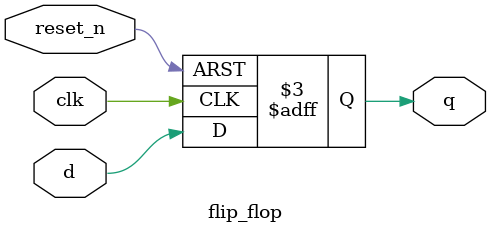
<source format=v>
module flip_flop (
  input clk,
  input reset_n,
  input d,
  output reg q
);
  always @(posedge clk or negedge reset_n) begin
    begin
      if (!reset_n) q <= 0;
      else q <= d;
    end
  end
endmodule
</source>
